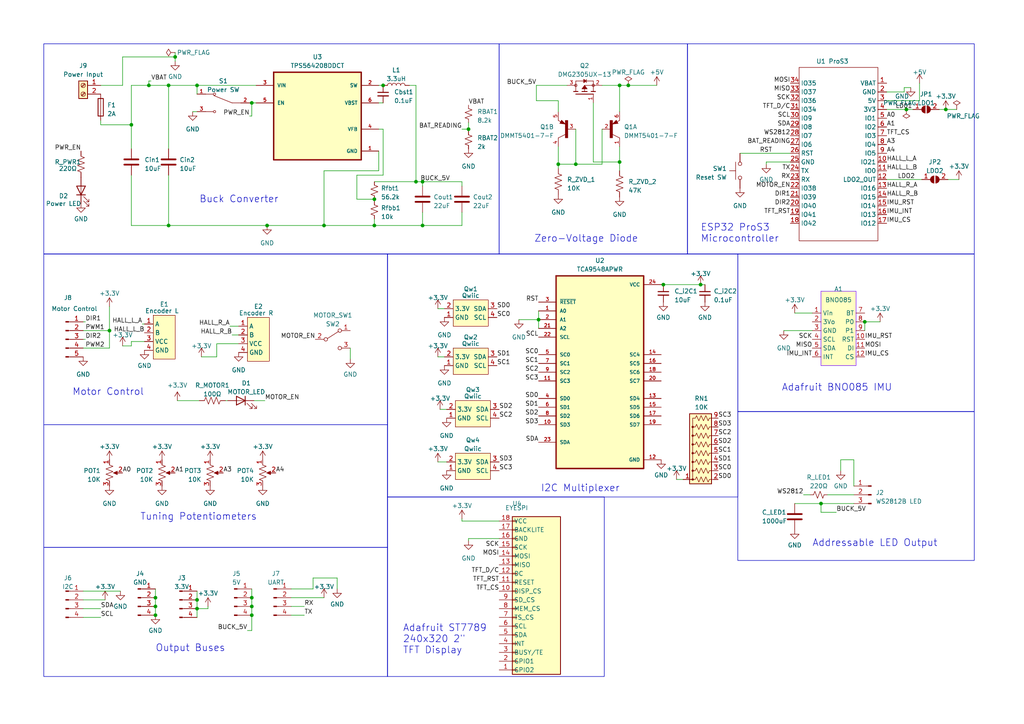
<source format=kicad_sch>
(kicad_sch (version 20230121) (generator eeschema)
  (paper "A4")
  (title_block (title "Segway Bot V6") (date "2023-07-27") (company "MIT") (comment 1 "Joseph Ntaimo"))
  (junction (at 50.8 16.51))
  (junction (at 73.025 175.895))
  (junction (at 45.085 175.895))
  (junction (at 48.895 65.405))
  (junction (at 250.825 93.345))
  (junction (at 73.025 29.845))
  (junction (at 93.98 65.405))
  (junction (at 108.585 57.785))
  (junction (at 57.15 173.99))
  (junction (at 122.555 52.705))
  (junction (at 156.21 92.71))
  (junction (at 179.705 24.765))
  (junction (at 192.405 82.55))
  (junction (at 57.15 176.53))
  (junction (at 45.085 173.355))
  (junction (at 120.65 52.705))
  (junction (at 182.245 24.765))
  (junction (at 38.1 36.195))
  (junction (at 73.025 178.435))
  (junction (at 43.18 24.765))
  (junction (at 57.15 24.765))
  (junction (at 73.025 173.355))
  (junction (at 108.585 65.405))
  (junction (at 135.89 37.465))
  (junction (at 167.005 47.625))
  (junction (at 179.705 46.99))
  (junction (at 203.2 82.55))
  (junction (at 262.89 31.75))
  (junction (at 111.125 24.765))
  (junction (at 161.925 47.625))
  (junction (at 48.895 24.765))
  (junction (at 31.75 95.885))
  (junction (at 45.085 178.435))
  (junction (at 77.47 65.405))
  (junction (at 122.555 65.405))
  (junction (at 274.32 31.75))
  (junction (at 238.125 146.05))
  (wire (pts (xy 135.89 38.1) (xy 135.89 37.465)))
  (wire (pts (xy 238.125 146.05) (xy 230.505 146.05)))
  (wire (pts (xy 57.15 176.53) (xy 57.15 179.07)))
  (wire (pts (xy 262.255 25.4) (xy 262.255 26.67)))
  (wire (pts (xy 156.21 90.17) (xy 156.21 92.71)))
  (wire (pts (xy 111.125 37.465) (xy 111.125 50.8)))
  (wire (pts (xy 262.89 31.75) (xy 264.795 31.75)))
  (wire (pts (xy 174.625 37.465) (xy 174.625 47.625)))
  (wire (pts (xy 57.15 173.99) (xy 57.15 176.53)))
  (wire (pts (xy 38.1 50.8) (xy 38.1 65.405)))
  (wire (pts (xy 155.575 29.21) (xy 161.925 29.21)))
  (wire (pts (xy 127 133.985) (xy 129.54 133.985)))
  (wire (pts (xy 84.455 178.435) (xy 88.265 178.435)))
  (wire (pts (xy 84.455 175.895) (xy 88.265 175.895)))
  (wire (pts (xy 43.815 23.495) (xy 43.18 23.495)))
  (wire (pts (xy 179.705 24.765) (xy 179.705 32.385)))
  (wire (pts (xy 109.855 43.815) (xy 109.855 49.53)))
  (wire (pts (xy 108.585 57.785) (xy 108.585 58.42)))
  (wire (pts (xy 90.805 170.815) (xy 90.805 167.64)))
  (wire (pts (xy 167.005 37.465) (xy 167.005 47.625)))
  (wire (pts (xy 155.575 24.765) (xy 164.465 24.765)))
  (wire (pts (xy 120.65 24.765) (xy 118.745 24.765)))
  (wire (pts (xy 103.505 50.8) (xy 103.505 57.785)))
  (wire (pts (xy 73.025 33.655) (xy 73.025 29.845)))
  (wire (pts (xy 90.805 167.64) (xy 97.79 167.64)))
  (wire (pts (xy 38.1 43.18) (xy 38.1 36.195)))
  (wire (pts (xy 203.2 82.55) (xy 192.405 82.55)))
  (wire (pts (xy 29.21 36.195) (xy 38.1 36.195)))
  (wire (pts (xy 196.215 139.065) (xy 198.12 139.065)))
  (wire (pts (xy 133.985 52.705) (xy 133.985 53.975)))
  (wire (pts (xy 182.245 24.765) (xy 190.5 24.765)))
  (wire (pts (xy 238.125 148.59) (xy 238.125 146.05)))
  (wire (pts (xy 35.56 100.33) (xy 38.1 100.33)))
  (wire (pts (xy 108.585 63.5) (xy 108.585 65.405)))
  (wire (pts (xy 144.78 156.21) (xy 135.89 156.21)))
  (wire (pts (xy 242.57 148.59) (xy 238.125 148.59)))
  (wire (pts (xy 262.255 25.4) (xy 264.16 25.4)))
  (wire (pts (xy 38.1 100.33) (xy 38.1 99.06)))
  (wire (pts (xy 73.025 173.355) (xy 73.025 175.895)))
  (wire (pts (xy 31.75 95.885) (xy 31.75 100.965)))
  (wire (pts (xy 222.25 46.99) (xy 222.25 47.625)))
  (wire (pts (xy 69.215 94.615) (xy 66.675 94.615)))
  (wire (pts (xy 174.625 24.765) (xy 179.705 24.765)))
  (wire (pts (xy 243.84 133.35) (xy 243.84 136.525)))
  (wire (pts (xy 58.42 103.505) (xy 62.865 103.505)))
  (wire (pts (xy 109.855 37.465) (xy 111.125 37.465)))
  (wire (pts (xy 272.415 31.75) (xy 274.32 31.75)))
  (wire (pts (xy 24.13 171.45) (xy 34.925 171.45)))
  (wire (pts (xy 71.755 182.88) (xy 73.025 182.88)))
  (wire (pts (xy 57.15 24.765) (xy 74.295 24.765)))
  (wire (pts (xy 174.625 47.625) (xy 167.005 47.625)))
  (wire (pts (xy 240.03 143.51) (xy 247.65 143.51)))
  (wire (pts (xy 247.65 133.35) (xy 243.84 133.35)))
  (wire (pts (xy 155.575 29.21) (xy 155.575 24.765)))
  (wire (pts (xy 229.235 46.99) (xy 222.25 46.99)))
  (wire (pts (xy 93.98 65.405) (xy 108.585 65.405)))
  (wire (pts (xy 76.835 116.205) (xy 73.66 116.205)))
  (wire (pts (xy 84.455 173.355) (xy 93.98 173.355)))
  (wire (pts (xy 24.13 93.345) (xy 24.765 93.345)))
  (wire (pts (xy 57.15 176.53) (xy 60.325 176.53)))
  (wire (pts (xy 48.895 24.765) (xy 57.15 24.765)))
  (wire (pts (xy 24.13 95.885) (xy 31.75 95.885)))
  (wire (pts (xy 60.325 176.53) (xy 60.325 175.895)))
  (wire (pts (xy 111.125 50.8) (xy 103.505 50.8)))
  (wire (pts (xy 72.39 33.655) (xy 73.025 33.655)))
  (wire (pts (xy 69.215 97.155) (xy 67.31 97.155)))
  (wire (pts (xy 274.32 31.75) (xy 277.495 31.75)))
  (wire (pts (xy 66.04 116.205) (xy 65.405 116.205)))
  (wire (pts (xy 24.13 100.965) (xy 31.75 100.965)))
  (wire (pts (xy 262.255 26.67) (xy 257.175 26.67)))
  (wire (pts (xy 35.56 16.51) (xy 50.8 16.51)))
  (wire (pts (xy 62.865 99.695) (xy 69.215 99.695)))
  (wire (pts (xy 51.435 116.205) (xy 57.785 116.205)))
  (wire (pts (xy 266.7 29.21) (xy 266.7 24.13)))
  (wire (pts (xy 38.1 24.765) (xy 43.18 24.765)))
  (wire (pts (xy 144.78 151.13) (xy 133.985 151.13)))
  (wire (pts (xy 133.985 37.465) (xy 135.89 37.465)))
  (wire (pts (xy 73.025 29.845) (xy 72.39 29.845)))
  (wire (pts (xy 257.175 52.07) (xy 267.335 52.07)))
  (wire (pts (xy 101.6 104.14) (xy 101.6 100.965)))
  (wire (pts (xy 31.75 88.9) (xy 31.75 95.885)))
  (wire (pts (xy 120.65 52.705) (xy 122.555 52.705)))
  (wire (pts (xy 24.13 173.99) (xy 30.48 173.99)))
  (wire (pts (xy 233.045 143.51) (xy 234.95 143.51)))
  (wire (pts (xy 73.025 182.88) (xy 73.025 178.435)))
  (wire (pts (xy 84.455 170.815) (xy 90.805 170.815)))
  (wire (pts (xy 57.15 24.765) (xy 57.15 27.305)))
  (wire (pts (xy 122.555 65.405) (xy 122.555 61.595)))
  (wire (pts (xy 38.1 99.06) (xy 41.91 99.06)))
  (wire (pts (xy 109.855 49.53) (xy 93.98 49.53)))
  (wire (pts (xy 133.985 65.405) (xy 122.555 65.405)))
  (wire (pts (xy 127 89.535) (xy 128.905 89.535)))
  (wire (pts (xy 38.1 65.405) (xy 48.895 65.405)))
  (wire (pts (xy 62.865 103.505) (xy 62.865 99.695)))
  (wire (pts (xy 257.175 31.75) (xy 262.89 31.75)))
  (wire (pts (xy 24.13 176.53) (xy 29.21 176.53)))
  (wire (pts (xy 127.635 118.745) (xy 129.54 118.745)))
  (wire (pts (xy 227.33 95.885) (xy 235.585 95.885)))
  (wire (pts (xy 135.89 156.21) (xy 135.89 156.845)))
  (wire (pts (xy 179.705 24.765) (xy 182.245 24.765)))
  (wire (pts (xy 135.89 35.56) (xy 135.89 37.465)))
  (wire (pts (xy 50.8 15.24) (xy 50.8 16.51)))
  (wire (pts (xy 45.085 170.815) (xy 45.085 173.355)))
  (wire (pts (xy 45.085 173.355) (xy 45.085 175.895)))
  (wire (pts (xy 108.585 52.705) (xy 120.65 52.705)))
  (wire (pts (xy 97.79 167.64) (xy 97.79 170.815)))
  (wire (pts (xy 192.405 82.55) (xy 191.77 82.55)))
  (wire (pts (xy 133.985 151.13) (xy 133.985 150.495)))
  (wire (pts (xy 172.085 46.99) (xy 179.705 46.99)))
  (wire (pts (xy 122.555 52.705) (xy 122.555 53.975)))
  (wire (pts (xy 57.15 171.45) (xy 57.15 173.99)))
  (wire (pts (xy 274.955 52.07) (xy 278.13 52.07)))
  (wire (pts (xy 57.15 32.385) (xy 55.88 32.385)))
  (wire (pts (xy 43.18 23.495) (xy 43.18 24.765)))
  (wire (pts (xy 161.925 29.21) (xy 161.925 32.385)))
  (wire (pts (xy 109.855 24.765) (xy 111.125 24.765)))
  (wire (pts (xy 103.505 57.785) (xy 108.585 57.785)))
  (wire (pts (xy 172.085 29.845) (xy 172.085 46.99)))
  (wire (pts (xy 133.985 61.595) (xy 133.985 65.405)))
  (wire (pts (xy 48.895 43.18) (xy 48.895 24.765)))
  (wire (pts (xy 50.8 16.51) (xy 50.8 17.78)))
  (wire (pts (xy 250.825 93.345) (xy 255.27 93.345)))
  (wire (pts (xy 257.175 29.21) (xy 266.7 29.21)))
  (wire (pts (xy 161.925 47.625) (xy 161.925 48.895)))
  (wire (pts (xy 204.47 82.55) (xy 203.2 82.55)))
  (wire (pts (xy 73.025 170.815) (xy 73.025 173.355)))
  (wire (pts (xy 73.025 175.895) (xy 73.025 178.435)))
  (wire (pts (xy 230.505 90.805) (xy 235.585 90.805)))
  (wire (pts (xy 156.21 92.71) (xy 156.21 95.25)))
  (wire (pts (xy 127 103.505) (xy 128.905 103.505)))
  (wire (pts (xy 167.005 47.625) (xy 161.925 47.625)))
  (wire (pts (xy 179.705 42.545) (xy 179.705 46.99)))
  (wire (pts (xy 74.295 29.845) (xy 73.025 29.845)))
  (wire (pts (xy 48.895 50.8) (xy 48.895 65.405)))
  (wire (pts (xy 38.1 36.195) (xy 38.1 24.765)))
  (wire (pts (xy 24.13 98.425) (xy 24.765 98.425)))
  (wire (pts (xy 43.18 24.765) (xy 48.895 24.765)))
  (wire (pts (xy 109.855 29.845) (xy 111.125 29.845)))
  (wire (pts (xy 161.925 42.545) (xy 161.925 47.625)))
  (wire (pts (xy 45.085 175.895) (xy 45.085 178.435)))
  (wire (pts (xy 35.56 24.765) (xy 35.56 16.51)))
  (wire (pts (xy 150.495 92.71) (xy 156.21 92.71)))
  (wire (pts (xy 120.65 24.765) (xy 120.65 52.705)))
  (wire (pts (xy 41.91 93.98) (xy 41.275 93.98)))
  (wire (pts (xy 24.13 179.07) (xy 29.21 179.07)))
  (wire (pts (xy 29.21 24.765) (xy 35.56 24.765)))
  (wire (pts (xy 247.65 140.97) (xy 247.65 133.35)))
  (wire (pts (xy 250.825 93.345) (xy 250.825 95.885)))
  (wire (pts (xy 108.585 65.405) (xy 122.555 65.405)))
  (wire (pts (xy 29.21 34.925) (xy 29.21 36.195)))
  (wire (pts (xy 214.63 44.45) (xy 229.235 44.45)))
  (wire (pts (xy 247.65 146.05) (xy 238.125 146.05)))
  (wire (pts (xy 93.98 49.53) (xy 93.98 65.405)))
  (wire (pts (xy 179.705 46.99) (xy 179.705 49.53)))
  (wire (pts (xy 122.555 52.705) (xy 133.985 52.705)))
  (wire (pts (xy 77.47 65.405) (xy 93.98 65.405)))
  (wire (pts (xy 48.895 65.405) (xy 77.47 65.405)))
  (rectangle (start 12.7 123.19) (end 112.395 158.75))
  (rectangle (start 12.7 73.66) (end 112.395 123.19))
  (rectangle (start 112.395 144.145) (end 175.26 196.215))
  (rectangle (start 199.39 12.7) (end 282.575 73.66))
  (rectangle (start 213.995 119.38) (end 282.575 162.56))
  (rectangle (start 112.395 73.66) (end 213.995 144.145))
  (rectangle (start 12.7 158.75) (end 112.395 196.215))
  (rectangle (start 213.995 73.66) (end 282.575 119.38))
  (rectangle (start 144.78 12.7) (end 199.39 73.66))
  (rectangle (start 12.7 12.7) (end 144.78 73.66))
  (text "Motor Control" (at 20.955 114.935 0) (effects (font (size 2 2)) (justify left bottom)))
  (text "Output Buses" (at 45.085 189.23 0) (effects (font (size 2 2)) (justify left bottom)))
  (text "Zero-Voltage Diode\n" (at 154.94 70.485 0) (effects (font (size 2 2)) (justify left bottom)))
  (text "Adafruit ST7789 \n240x320 2\" \nTFT Display\n" (at 116.84 189.865 0) (effects (font (size 2 2)) (justify left bottom)))
  (text "ESP32 ProS3\nMicrocontroller" (at 203.2 70.485 0) (effects (font (size 2 2)) (justify left bottom)))
  (text "I2C Multiplexer\n" (at 156.845 142.875 0) (effects (font (size 2 2)) (justify left bottom)))
  (text "Tuning Potentiometers" (at 40.64 151.13 0) (effects (font (size 2 2)) (justify left bottom)))
  (text "Buck Converter" (at 57.785 59.055 0) (effects (font (size 2 2)) (justify left bottom)))
  (text "Adafruit BNO085 IMU" (at 226.695 113.665 0) (effects (font (size 2 2)) (justify left bottom)))
  (text "Addressable LED Output" (at 235.585 158.75 0) (effects (font (size 2 2)) (justify left bottom)))
  (label "BUCK_5V" (at 121.92 52.705 0))
  (label "VBAT" (at 135.89 30.48 0))
  (label "SCK" (at 144.78 158.75 180))
  (label "SD0" (at 156.21 115.57 180))
  (label "IMU_INT" (at 257.175 62.23 0))
  (label "RX" (at 88.265 175.895 0))
  (label "SCK" (at 235.585 98.425 180))
  (label "A0" (at 257.175 34.29 0))
  (label "DIR1" (at 229.235 57.15 180))
  (label "A1" (at 50.8 137.16 0))
  (label "A3" (at 64.77 137.16 0))
  (label "IMU_CS" (at 257.175 64.77 0))
  (label "HALL_L_A" (at 257.175 46.99 0))
  (label "BAT_READING" (at 133.985 37.465 180))
  (label "SC3" (at 156.21 110.49 180))
  (label "SD2" (at 208.28 128.905 0))
  (label "SD1" (at 144.145 103.505 0))
  (label "SD3" (at 156.21 123.19 180))
  (label "TFT_CS" (at 144.78 171.45 180))
  (label "MOTOR_EN" (at 76.835 116.205 0))
  (label "MOSI" (at 229.235 24.13 180))
  (label "SDA" (at 229.235 36.83 180))
  (label "MISO" (at 229.235 26.67 180))
  (label "SD1" (at 156.21 118.11 180))
  (label "DIR1" (at 24.765 93.345 0))
  (label "HALL_R_A" (at 66.675 94.615 180))
  (label "SD3" (at 208.28 123.825 0))
  (label "SC1" (at 156.21 105.41 180))
  (label "A4" (at 80.01 137.16 0))
  (label "SC1" (at 208.28 131.445 0))
  (label "SC1" (at 144.145 106.045 0))
  (label "SC3" (at 144.78 136.525 0))
  (label "IMU_RST" (at 250.825 98.425 0))
  (label "SC0" (at 156.21 102.87 180))
  (label "TX" (at 88.265 178.435 0))
  (label "TFT_D{slash}C" (at 229.235 31.75 180))
  (label "SC2" (at 144.78 121.285 0))
  (label "PWR_EN" (at 23.495 43.815 180))
  (label "TFT_CS" (at 257.175 39.37 0))
  (label "HALL_R_B" (at 257.175 57.15 0))
  (label "A0" (at 35.56 137.16 0))
  (label "BUCK_5V" (at 242.57 148.59 0))
  (label "LDO2" (at 260.35 52.07 0))
  (label "RST" (at 156.21 87.63 180))
  (label "BAT_READING" (at 229.235 41.91 180))
  (label "A4" (at 257.175 44.45 0))
  (label "BUCK_5V" (at 155.575 24.765 180))
  (label "RX" (at 229.235 52.07 180))
  (label "IMU_CS" (at 250.825 103.505 0))
  (label "SCL" (at 229.235 34.29 180))
  (label "VBAT" (at 43.815 23.495 0))
  (label "MOTOR_EN" (at 229.235 54.61 180))
  (label "PWM2" (at 24.765 100.965 0))
  (label "IMU_INT" (at 235.585 103.505 180))
  (label "SCK" (at 229.235 29.21 180))
  (label "SD2" (at 156.21 120.65 180))
  (label "HALL_R_A" (at 257.175 54.61 0))
  (label "HALL_L_B" (at 41.91 96.52 180))
  (label "MOTOR_EN" (at 91.44 98.425 180))
  (label "SD1" (at 208.28 133.985 0))
  (label "SCL" (at 29.21 179.07 0))
  (label "A1" (at 257.175 36.83 0))
  (label "WS2812" (at 233.045 143.51 180))
  (label "LD01" (at 259.715 31.75 0))
  (label "TX" (at 229.235 49.53 180))
  (label "MISO" (at 235.585 100.965 180))
  (label "MOSI" (at 250.825 100.965 0))
  (label "SD0" (at 144.145 89.535 0))
  (label "HALL_L_B" (at 257.175 49.53 0))
  (label "SC0" (at 144.145 92.075 0))
  (label "SDA" (at 29.21 176.53 0))
  (label "MOSI" (at 144.78 161.29 180))
  (label "IMU_RST" (at 257.175 59.69 0))
  (label "SD3" (at 144.78 133.985 0))
  (label "DIR2" (at 229.235 59.69 180))
  (label "TFT_D{slash}C" (at 144.78 166.37 180))
  (label "DIR2" (at 24.765 98.425 0))
  (label "PWR_EN" (at 72.39 33.655 180))
  (label "RST" (at 220.345 44.45 0))
  (label "PWM1" (at 24.765 95.885 0))
  (label "BUCK_5V" (at 71.755 182.88 180))
  (label "SD0" (at 208.28 139.065 0))
  (label "TFT_RST" (at 144.78 168.91 180))
  (label "SC2" (at 208.28 126.365 0))
  (label "WS2812" (at 229.235 39.37 180))
  (label "SC0" (at 208.28 136.525 0))
  (label "SC3" (at 208.28 121.285 0))
  (label "SC2" (at 156.21 107.95 180))
  (label "HALL_R_B" (at 67.31 97.155 180))
  (label "TFT_RST" (at 229.235 62.23 180))
  (label "SCL" (at 156.21 97.79 180))
  (label "HALL_L_A" (at 41.275 93.98 180))
  (label "A3" (at 257.175 41.91 0))
  (label "SDA" (at 156.21 128.27 180))
  (label "SD2" (at 144.78 118.745 0))
  (symbol (lib_id "Device:LED") (at 23.495 55.245 90) (unit 1)
    (property "Reference" "D2" (at 18.415 56.8325 90))
    (property "Value" "Power LED" (at 18.415 59.055 90))
    (property "Footprint" "LED_SMD:LED_0603_1608Metric_Pad1.05x0.95mm_HandSolder" (effects hide))
  )
  (symbol (lib_id "DMG2305UX-13:DMG2305UX-13") (at 169.545 27.305 90) (unit 1)
    (property "Reference" "Q2" (at 169.545 19.05 90))
    (property "Value" "DMG2305UX-13" (at 169.545 21.59 90))
    (property "Footprint" "footprints:SOT91P240X110-3N" (effects hide))
    (property "PARTREV" "09/2018" (effects hide))
    (property "STANDARD" "IPC-7351B" (effects hide))
    (property "MAXIMUM_PACKAGE_HEIGHT" "1.1mm" (effects hide))
    (property "MANUFACTURER" "Diodes Inc." (effects hide))
  )
  (symbol (lib_id "Device:LED") (at 69.85 116.205 0) (mirror y) (unit 1)
    (property "Reference" "D1" (at 71.4375 111.125 0))
    (property "Value" "MOTOR_LED" (at 71.4375 113.665 0))
    (property "Footprint" "LED_SMD:LED_0603_1608Metric_Pad1.05x0.95mm_HandSolder" (effects hide))
  )
  (symbol (lib_id "power:+3.3V") (at 255.27 93.345 0) (unit 1)
    (property "Reference" "#PWR042" (effects hide))
    (property "Value" "+3.3V" (at 255.27 89.535 0))
  )
  (symbol (lib_id "power:GND") (at 150.495 92.71 0) (unit 1)
    (property "Reference" "#PWR017" (effects hide))
    (property "Value" "GND" (at 150.495 97.79 0))
  )
  (symbol (lib_id "Device:R_Small_US") (at 135.89 40.64 0) (unit 1)
    (property "Reference" "RBAT2" (at 138.43 40.005 0) (effects (justify left)))
    (property "Value" "2k" (at 138.43 42.545 0) (effects (justify left)))
    (property "Footprint" "Resistor_SMD:R_0603_1608Metric_Pad0.98x0.95mm_HandSolder" (effects hide))
  )
  (symbol (lib_id "power:+3.3V") (at 46.99 133.35 0) (unit 1)
    (property "Reference" "#PWR06" (effects hide))
    (property "Value" "+3.3V" (at 46.99 129.54 0))
  )
  (symbol (lib_id "Connector:Screw_Terminal_01x02") (at 24.13 24.765 0) (mirror y) (unit 1)
    (property "Reference" "J9" (at 24.13 19.05 0))
    (property "Value" "Power Input" (at 24.13 21.59 0))
    (property "Footprint" "TerminalBlock_Phoenix:TerminalBlock_Phoenix_PT-1,5-2-5.0-H_1x02_P5.00mm_Horizontal" (effects hide))
  )
  (symbol (lib_id "Device:R_Small_US") (at 135.89 33.02 0) (unit 1)
    (property "Reference" "RBAT1" (at 138.43 32.385 0) (effects (justify left)))
    (property "Value" "8.2k" (at 138.43 34.925 0) (effects (justify left)))
    (property "Footprint" "Resistor_SMD:R_0603_1608Metric_Pad0.98x0.95mm_HandSolder" (effects hide))
  )
  (symbol (lib_id "power:+3.3V") (at 30.48 173.99 0) (unit 1)
    (property "Reference" "#PWR011" (effects hide))
    (property "Value" "+3.3V" (at 30.48 170.18 0))
  )
  (symbol (lib_id "Connector:Conn_01x04_Pin") (at 19.05 173.99 0) (unit 1)
    (property "Reference" "J6" (at 19.685 167.64 0))
    (property "Value" "I2C" (at 19.685 170.18 0))
    (property "Footprint" "Connector_PinHeader_2.54mm:PinHeader_1x04_P2.54mm_Vertical" (effects hide))
  )
  (symbol (lib_id "Device:R_Potentiometer_US") (at 60.96 137.16 0) (unit 1)
    (property "Reference" "POT3" (at 58.42 136.525 0) (effects (justify right)))
    (property "Value" "10K" (at 58.42 139.065 0) (effects (justify right)))
    (property "Footprint" "Adafruit:Pot_breadboard" (effects hide))
  )
  (symbol (lib_id "Device:C") (at 122.555 57.785 0) (unit 1)
    (property "Reference" "Cout1" (at 125.73 57.15 0) (effects (justify left)))
    (property "Value" "22uF" (at 125.73 59.69 0) (effects (justify left)))
    (property "Footprint" "Capacitor_SMD:C_0805_2012Metric_Pad1.18x1.45mm_HandSolder" (effects hide))
  )
  (symbol (lib_id "power:GND") (at 41.91 101.6 0) (unit 1)
    (property "Reference" "#PWR014" (effects hide))
    (property "Value" "GND" (at 41.91 106.045 0))
  )
  (symbol (lib_id "power:+3.3V") (at 127.635 118.745 0) (unit 1)
    (property "Reference" "#PWR035" (effects hide))
    (property "Value" "+3.3V" (at 127.635 115.57 0))
  )
  (symbol (lib_id "power:GND") (at 77.47 65.405 0) (unit 1)
    (property "Reference" "#PWR039" (effects hide))
    (property "Value" "GND" (at 77.47 70.485 0))
  )
  (symbol (lib_id "Device:R_US") (at 179.705 53.34 0) (unit 1)
    (property "Reference" "R_ZVD_2" (at 182.245 52.705 0) (effects (justify left)))
    (property "Value" "47K" (at 182.245 55.245 0) (effects (justify left)))
    (property "Footprint" "Resistor_SMD:R_0603_1608Metric_Pad0.98x0.95mm_HandSolder" (effects hide))
  )
  (symbol (lib_id "Connector:Conn_01x03_Pin") (at 252.73 143.51 0) (mirror y) (unit 1)
    (property "Reference" "J2" (at 254 142.875 0) (effects (justify right)))
    (property "Value" "WS2812B LED" (at 254 145.415 0) (effects (justify right)))
    (property "Footprint" "Connector_PinHeader_2.54mm:PinHeader_1x03_P2.54mm_Vertical" (effects hide))
  )
  (symbol (lib_id "power:GND") (at 161.925 56.515 0) (unit 1)
    (property "Reference" "#PWR046" (effects hide))
    (property "Value" "GND" (at 161.925 61.595 0))
  )
  (symbol (lib_id "power:GND") (at 69.215 102.235 0) (unit 1)
    (property "Reference" "#PWR033" (effects hide))
    (property "Value" "GND" (at 69.215 107.315 0))
  )
  (symbol (lib_id "Connector:Conn_01x05_Pin") (at 19.05 98.425 0) (unit 1)
    (property "Reference" "J8" (at 19.685 86.36 0))
    (property "Value" "Motor Control" (at 21.59 89.535 0))
    (property "Footprint" "Connector_PinHeader_2.54mm:PinHeader_1x05_P2.54mm_Vertical" (effects hide))
  )
  (symbol (lib_id "power:+3.3V") (at 35.56 100.33 0) (mirror y) (unit 1)
    (property "Reference" "#PWR013" (effects hide))
    (property "Value" "+3.3V" (at 35.56 97.155 0))
  )
  (symbol (lib_id "power:GND") (at 264.16 25.4 0) (unit 1)
    (property "Reference" "#PWR09" (effects hide))
    (property "Value" "GND" (at 261.62 27.94 0))
  )
  (symbol (lib_id "power:GND") (at 128.905 92.075 0) (unit 1)
    (property "Reference" "#PWR050" (effects hide))
    (property "Value" "GND" (at 128.905 97.155 0))
  )
  (symbol (lib_id "power:GND") (at 97.79 170.815 0) (unit 1)
    (property "Reference" "#PWR029" (effects hide))
    (property "Value" "GND" (at 97.79 175.26 0))
  )
  (symbol (lib_id "Switch:SW_Push") (at 214.63 49.53 90) (mirror x) (unit 1)
    (property "Reference" "SW1" (at 210.82 48.895 90) (effects (justify left)))
    (property "Value" "Reset SW" (at 210.82 51.435 90) (effects (justify left)))
    (property "Footprint" "Button_Switch_THT:SW_PUSH_6mm" (effects hide))
  )
  (symbol (lib_id "power:+3.3V") (at 93.98 173.355 0) (unit 1)
    (property "Reference" "#PWR019" (effects hide))
    (property "Value" "+3.3V" (at 93.98 170.18 0))
  )
  (symbol (lib_id "Connector:Conn_01x04_Pin") (at 40.005 173.355 0) (unit 1)
    (property "Reference" "J4" (at 40.64 166.37 0))
    (property "Value" "GND" (at 40.64 168.91 0))
    (property "Footprint" "Connector_PinHeader_2.54mm:PinHeader_1x04_P2.54mm_Vertical" (effects hide))
  )
  (symbol (lib_id "power:GND") (at 24.13 103.505 0) (unit 1)
    (property "Reference" "#PWR012" (effects hide))
    (property "Value" "GND" (at 24.13 108.585 0))
  )
  (symbol (lib_id "Connector:Conn_01x04_Pin") (at 52.07 173.99 0) (unit 1)
    (property "Reference" "J3" (at 52.705 167.64 0))
    (property "Value" "3.3V" (at 52.705 170.18 0))
    (property "Footprint" "Connector_PinHeader_2.54mm:PinHeader_1x04_P2.54mm_Vertical" (effects hide))
  )
  (symbol (lib_id "power:GND") (at 50.8 17.78 0) (unit 1)
    (property "Reference" "#PWR010" (effects hide))
    (property "Value" "GND" (at 50.8 22.225 0))
  )
  (symbol (lib_id "power:GND") (at 222.25 47.625 0) (unit 1)
    (property "Reference" "#PWR028" (effects hide))
    (property "Value" "GND" (at 222.25 52.07 0))
  )
  (symbol (lib_id "power:+5V") (at 190.5 24.765 0) (unit 1)
    (property "Reference" "#PWR048" (effects hide))
    (property "Value" "+5V" (at 190.5 20.955 0))
  )
  (symbol (lib_id "power:+3.3V") (at 274.32 31.75 0) (unit 1)
    (property "Reference" "#PWR034" (effects hide))
    (property "Value" "+3.3V" (at 274.32 27.94 0))
  )
  (symbol (lib_id "power:GND") (at 46.99 140.97 0) (unit 1)
    (property "Reference" "#PWR02" (effects hide))
    (property "Value" "GND" (at 46.99 146.05 0))
  )
  (symbol (lib_id "power:GND") (at 129.54 136.525 0) (unit 1)
    (property "Reference" "#PWR055" (effects hide))
    (property "Value" "GND" (at 129.54 141.605 0))
  )
  (symbol (lib_id "power:GND") (at 227.33 95.885 0) (unit 1)
    (property "Reference" "#PWR040" (effects hide))
    (property "Value" "GND" (at 227.33 100.965 0))
  )
  (symbol (lib_id "Device:C_Small") (at 192.405 85.09 0) (unit 1)
    (property "Reference" "C_i2C1" (at 195.58 84.4613 0) (effects (justify left)))
    (property "Value" "10uF" (at 195.58 87.0013 0) (effects (justify left)))
    (property "Footprint" "Capacitor_SMD:C_0805_2012Metric_Pad1.18x1.45mm_HandSolder" (effects hide))
  )
  (symbol (lib_id "TPS564208DDCT:TPS564208DDCT") (at 92.075 33.655 0) (unit 1)
    (property "Reference" "U3" (at 92.075 16.51 0))
    (property "Value" "TPS564208DDCT" (at 92.075 19.05 0))
    (property "Footprint" "2.004:SOT95P280X110-6N" (effects hide))
  )
  (symbol (lib_id "Device:C") (at 38.1 46.99 0) (unit 1)
    (property "Reference" "Cin1" (at 41.91 46.355 0) (effects (justify left)))
    (property "Value" "10uF" (at 41.91 48.895 0) (effects (justify left)))
    (property "Footprint" "Capacitor_SMD:C_0805_2012Metric_Pad1.18x1.45mm_HandSolder" (effects hide))
  )
  (symbol (lib_id "power:+3.3V") (at 31.75 88.9 0) (unit 1)
    (property "Reference" "#PWR057" (effects hide))
    (property "Value" "+3.3V" (at 31.75 85.09 0))
  )
  (symbol (lib_id "TCA9548APWR:TCA9548APWR") (at 173.99 107.95 0) (unit 1)
    (property "Reference" "U2" (at 173.99 75.565 0))
    (property "Value" "TCA9548APWR" (at 173.99 78.105 0))
    (property "Footprint" "2.004:SOP65P640X120-24N" (effects hide))
  )
  (symbol (lib_id "Adafruit:Qwiic") (at 131.445 99.695 0) (unit 1)
    (property "Reference" "Qw2" (at 136.5194 97.79 0))
    (property "Value" "Qwiic" (at 136.525 99.695 0))
    (property "Footprint" "Connector_JST:JST_SH_BM04B-SRSS-TB_1x04-1MP_P1.00mm_Vertical" (effects hide))
  )
  (symbol (lib_id "Connector:Encoder") (at 41.91 91.44 0) (unit 1)
    (property "Reference" "E1" (at 46.355 88.265 0) (effects (justify left)))
    (property "Value" "Encoder L" (at 46.99 90.17 0))
    (property "Footprint" "Connector_JST:JST_PH_S4B-PH-SM4-TB_1x04-1MP_P2.00mm_Horizontal" (effects hide))
  )
  (symbol (lib_id "500SSP1S1M6QEA:500SSP1S1M6QEA") (at 64.77 29.845 0) (mirror y) (unit 1)
    (property "Reference" "S1" (at 64.77 23.495 0))
    (property "Value" "Power SW" (at 64.77 26.035 0))
    (property "Footprint" "Button_Switch_THT:SW_Slide_1P2T_CK_OS102011MS2Q" (effects hide))
    (property "STANDARD" "Manufacturer Recommendations" (effects hide))
    (property "SNAPEDA_PN" "500SSP1S1M6QEA" (effects hide))
    (property "MANUFACTURER" "E-Switch" (effects hide))
    (property "MAXIMUM_PACKAGE_HEIGHT" "6.6 mm" (effects hide))
    (property "PARTREV" "D" (effects hide))
  )
  (symbol (lib_id "Device:R_Network08_US") (at 203.2 128.905 90) (unit 1)
    (property "Reference" "RN1" (at 203.454 115.57 90))
    (property "Value" "10K" (at 203.454 118.11 90))
    (property "Footprint" "Resistor_SMD:Resistor Network 8X 10N" (effects hide))
    (property "Datasheet" "http://www.vishay.com/docs/31509/csc.pdf" (effects hide))
  )
  (symbol (lib_id "power:+3.3V") (at 127 133.985 0) (unit 1)
    (property "Reference" "#PWR036" (effects hide))
    (property "Value" "+3.3V" (at 127 130.175 0))
  )
  (symbol (lib_id "power:PWR_FLAG") (at 262.89 31.75 180) (unit 1)
    (property "Reference" "#FLG02" (effects hide))
    (property "Value" "PWR_FLAG" (at 260.985 29.845 0))
  )
  (symbol (lib_id "power:GND") (at 135.89 43.18 0) (unit 1)
    (property "Reference" "#PWR043" (effects hide))
    (property "Value" "GND" (at 135.89 48.26 0))
  )
  (symbol (lib_id "power:+3.3V") (at 196.215 139.065 0) (unit 1)
    (property "Reference" "#PWR045" (effects hide))
    (property "Value" "+3.3V" (at 196.215 135.89 0))
  )
  (symbol (lib_id "power:+3.3V") (at 76.2 133.35 0) (unit 1)
    (property "Reference" "#PWR08" (effects hide))
    (property "Value" "+3.3V" (at 76.2 129.54 0))
  )
  (symbol (lib_id "power:GND") (at 129.54 121.285 0) (unit 1)
    (property "Reference" "#PWR053" (effects hide))
    (property "Value" "GND" (at 129.54 126.365 0))
  )
  (symbol (lib_id "DMMT5401-7-F:DMMT5401-7-F") (at 177.165 37.465 0) (unit 1)
    (property "Reference" "Q1" (at 180.975 36.803 0) (effects (justify left)))
    (property "Value" "DMMT5401-7-F" (at 180.975 39.343 0) (effects (justify left)))
    (property "Footprint" "footprints:SOT95P285X140-6N" (effects hide))
    (property "PARTREV" "8" (effects hide))
    (property "STANDARD" "IPC7351B" (effects hide))
    (property "MANUFACTURER" "Diodes Inc." (effects hide))
  )
  (symbol (lib_id "Device:R_US") (at 23.495 47.625 180) (unit 1)
    (property "Reference" "R_PWR1" (at 19.685 46.99 0))
    (property "Value" "220Ω" (at 19.685 48.895 0))
    (property "Footprint" "Resistor_SMD:R_0603_1608Metric_Pad0.98x0.95mm_HandSolder" (effects hide))
  )
  (symbol (lib_id "power:+3.3V") (at 60.96 133.35 0) (unit 1)
    (property "Reference" "#PWR07" (effects hide))
    (property "Value" "+3.3V" (at 60.96 129.54 0))
  )
  (symbol (lib_id "Connector:Conn_01x04_Pin") (at 79.375 173.355 0) (unit 1)
    (property "Reference" "J7" (at 80.01 166.37 0))
    (property "Value" "UART" (at 80.01 168.91 0))
    (property "Footprint" "Connector_PinHeader_2.54mm:PinHeader_1x04_P2.54mm_Vertical" (effects hide))
  )
  (symbol (lib_id "power:PWR_FLAG") (at 277.495 31.75 0) (unit 1)
    (property "Reference" "#FLG01" (effects hide))
    (property "Value" "PWR_FLAG" (at 279.4 33.655 0))
  )
  (symbol (lib_id "power:+3.3V") (at 58.42 103.505 0) (unit 1)
    (property "Reference" "#PWR032" (effects hide))
    (property "Value" "+3.3V" (at 58.42 100.33 0))
  )
  (symbol (lib_id "Device:Fuse") (at 29.21 31.115 180) (unit 1)
    (property "Reference" "F1" (at 31.115 30.48 0) (effects (justify right)))
    (property "Value" "2A" (at 31.115 33.02 0) (effects (justify right)))
    (property "Footprint" "Fuse:Fuse_1206_3216Metric_Pad1.42x1.75mm_HandSolder" (effects hide))
  )
  (symbol (lib_id "Device:R_Potentiometer_US") (at 31.75 137.16 0) (unit 1)
    (property "Reference" "POT1" (at 29.21 136.525 0) (effects (justify right)))
    (property "Value" "10K" (at 29.21 139.065 0) (effects (justify right)))
    (property "Footprint" "Adafruit:Pot_breadboard" (effects hide))
  )
  (symbol (lib_id "Connector:Encoder") (at 69.215 92.075 0) (unit 1)
    (property "Reference" "E2" (at 73.66 88.9 0) (effects (justify left)))
    (property "Value" "Encoder R" (at 74.295 90.805 0))
    (property "Footprint" "Connector_JST:JST_PH_S4B-PH-SM4-TB_1x04-1MP_P2.00mm_Horizontal" (effects hide))
  )
  (symbol (lib_id "Device:R_Small_US") (at 108.585 60.96 0) (unit 1)
    (property "Reference" "Rfbb1" (at 110.49 60.325 0) (effects (justify left)))
    (property "Value" "10k" (at 110.49 62.865 0) (effects (justify left)))
    (property "Footprint" "Resistor_SMD:R_0603_1608Metric_Pad0.98x0.95mm_HandSolder" (effects hide))
  )
  (symbol (lib_id "power:+3.3V") (at 230.505 90.805 0) (unit 1)
    (property "Reference" "#PWR041" (effects hide))
    (property "Value" "+3.3V" (at 230.505 86.995 0))
  )
  (symbol (lib_id "power:GND") (at 230.505 153.67 0) (unit 1)
    (property "Reference" "#PWR025" (effects hide))
    (property "Value" "GND" (at 230.505 158.115 0))
  )
  (symbol (lib_id "Device:R_Potentiometer_US") (at 76.2 137.16 0) (unit 1)
    (property "Reference" "POT4" (at 73.66 136.525 0) (effects (justify right)))
    (property "Value" "10K" (at 73.66 139.065 0) (effects (justify right)))
    (property "Footprint" "Adafruit:Pot_breadboard" (effects hide))
  )
  (symbol (lib_id "power:GND") (at 128.905 106.045 0) (unit 1)
    (property "Reference" "#PWR052" (effects hide))
    (property "Value" "GND" (at 128.905 111.125 0))
  )
  (symbol (lib_id "power:GND") (at 55.88 32.385 0) (unit 1)
    (property "Reference" "#PWR031" (effects hide))
    (property "Value" "GND" (at 55.88 37.465 0))
  )
  (symbol (lib_id "Device:R_US") (at 161.925 52.705 0) (unit 1)
    (property "Reference" "R_ZVD_1" (at 164.465 52.07 0) (effects (justify left)))
    (property "Value" "10K" (at 164.465 54.61 0) (effects (justify left)))
    (property "Footprint" "Resistor_SMD:R_0603_1608Metric_Pad0.98x0.95mm_HandSolder" (effects hide))
  )
  (symbol (lib_id "ProS3:ProS3") (at 243.205 44.45 0) (unit 1)
    (property "Reference" "U1" (at 238.125 17.78 0))
    (property "Value" "ProS3" (at 243.205 17.78 0))
    (property "Footprint" "footprints:ProS3_TH" (effects hide))
  )
  (symbol (lib_id "power:+3.3V") (at 133.985 150.495 0) (unit 1)
    (property "Reference" "#PWR026" (effects hide))
    (property "Value" "+3.3V" (at 133.985 146.685 0))
  )
  (symbol (lib_id "power:GND") (at 179.705 57.15 0) (unit 1)
    (property "Reference" "#PWR047" (effects hide))
    (property "Value" "GND" (at 179.705 62.23 0))
  )
  (symbol (lib_id "Device:C") (at 230.505 149.86 0) (unit 1)
    (property "Reference" "C_LED1" (at 220.98 148.59 0) (effects (justify left)))
    (property "Value" "1000uF" (at 220.98 151.13 0) (effects (justify left)))
    (property "Footprint" "Capacitor_THT:CP_Radial_D10.0mm_P5.00mm" (effects hide))
  )
  (symbol (lib_id "power:GND") (at 60.96 140.97 0) (unit 1)
    (property "Reference" "#PWR03" (effects hide))
    (property "Value" "GND" (at 60.96 146.05 0))
  )
  (symbol (lib_id "Device:R_US") (at 61.595 116.205 90) (unit 1)
    (property "Reference" "R_MOTOR1" (at 61.595 111.76 90))
    (property "Value" "100Ω" (at 61.595 114.3 90))
    (property "Footprint" "Resistor_SMD:R_0603_1608Metric_Pad0.98x0.95mm_HandSolder" (effects hide))
  )
  (symbol (lib_id "power:GND") (at 76.2 140.97 0) (unit 1)
    (property "Reference" "#PWR04" (effects hide))
    (property "Value" "GND" (at 76.2 146.05 0))
  )
  (symbol (lib_id "power:GND") (at 34.925 171.45 0) (unit 1)
    (property "Reference" "#PWR018" (effects hide))
    (property "Value" "GND" (at 34.925 175.895 0))
  )
  (symbol (lib_id "power:GND") (at 204.47 87.63 0) (unit 1)
    (property "Reference" "#PWR024" (effects hide))
    (property "Value" "GND" (at 204.47 92.075 0))
  )
  (symbol (lib_id "Switch:SW_SPDT") (at 96.52 98.425 0) (unit 1)
    (property "Reference" "MOTOR_SW1" (at 96.52 91.44 0))
    (property "Value" "SW2" (at 96.52 93.98 0))
    (property "Footprint" "Button_Switch_THT:SW_Slide_1P2T_CK_OS102011MS2Q" (effects hide))
  )
  (symbol (lib_id "power:+3.3V") (at 127 103.505 0) (unit 1)
    (property "Reference" "#PWR030" (effects hide))
    (property "Value" "+3.3V" (at 127 100.33 0))
  )
  (symbol (lib_id "Device:C_Small") (at 111.125 27.305 0) (unit 1)
    (property "Reference" "Cbst1" (at 114.3 26.6763 0) (effects (justify left)))
    (property "Value" "0.1uF" (at 114.3 29.2163 0) (effects (justify left)))
    (property "Footprint" "Capacitor_SMD:C_0805_2012Metric_Pad1.18x1.45mm_HandSolder" (effects hide))
  )
  (symbol (lib_id "power:+3.3V") (at 51.435 116.205 0) (unit 1)
    (property "Reference" "#PWR037" (effects hide))
    (property "Value" "+3.3V" (at 51.435 111.76 0))
  )
  (symbol (lib_id "Adafruit:Qwiic") (at 131.445 85.725 0) (unit 1)
    (property "Reference" "Qw1" (at 136.5194 83.82 0))
    (property "Value" "Qwiic" (at 136.525 85.725 0))
    (property "Footprint" "Connector_JST:JST_SH_BM04B-SRSS-TB_1x04-1MP_P1.00mm_Vertical" (effects hide))
  )
  (symbol (lib_id "DMMT5401-7-F:DMMT5401-7-F") (at 164.465 37.465 0) (mirror y) (unit 2)
    (property "Reference" "Q1" (at 160.655 36.803 0) (effects (justify left)))
    (property "Value" "DMMT5401-7-F" (at 160.655 39.343 0) (effects (justify left)))
    (property "Footprint" "footprints:SOT95P285X140-6N" (effects hide))
    (property "PARTREV" "8" (effects hide))
    (property "STANDARD" "IPC7351B" (effects hide))
    (property "MANUFACTURER" "Diodes Inc." (effects hide))
  )
  (symbol (lib_id "power:GND") (at 23.495 59.055 0) (unit 1)
    (property "Reference" "#PWR038" (effects hide))
    (property "Value" "GND" (at 23.495 63.5 0))
  )
  (symbol (lib_id "Jumper:SolderJumper_2_Open") (at 268.605 31.75 0) (unit 1)
    (property "Reference" "JP1" (at 268.605 27.305 0))
    (property "Value" "LDO1" (at 268.605 29.845 0))
    (property "Footprint" "Jumper:SolderJumper-2_P1.3mm_Open_TrianglePad1.0x1.5mm" (effects hide))
  )
  (symbol (lib_id "Adafruit:Qwiic") (at 132.08 130.175 0) (unit 1)
    (property "Reference" "Qw4" (at 137.1544 127.635 0))
    (property "Value" "Qwiic" (at 137.16 130.175 0))
    (property "Footprint" "Connector_JST:JST_SH_BM04B-SRSS-TB_1x04-1MP_P1.00mm_Vertical" (effects hide))
  )
  (symbol (lib_id "power:GND") (at 135.89 156.845 0) (unit 1)
    (property "Reference" "#PWR051" (effects hide))
    (property "Value" "GND" (at 135.89 161.925 0))
  )
  (symbol (lib_id "power:+5V") (at 266.7 24.13 0) (unit 1)
    (property "Reference" "#PWR049" (effects hide))
    (property "Value" "+5V" (at 266.7 20.955 0))
  )
  (symbol (lib_id "Device:C") (at 48.895 46.99 0) (unit 1)
    (property "Reference" "Cin2" (at 52.07 46.355 0) (effects (justify left)))
    (property "Value" "10uF" (at 52.07 48.895 0) (effects (justify left)))
    (property "Footprint" "Capacitor_SMD:C_0805_2012Metric_Pad1.18x1.45mm_HandSolder" (effects hide))
  )
  (symbol (lib_id "power:+3.3V") (at 127 89.535 0) (unit 1)
    (property "Reference" "#PWR027" (effects hide))
    (property "Value" "+3.3V" (at 127 86.36 0))
  )
  (symbol (lib_id "power:GND") (at 214.63 54.61 0) (mirror y) (unit 1)
    (property "Reference" "#PWR056" (effects hide))
    (property "Value" "GND" (at 214.63 59.69 0))
  )
  (symbol (lib_id "power:GND") (at 45.085 178.435 0) (unit 1)
    (property "Reference" "#PWR020" (effects hide))
    (property "Value" "GND" (at 45.085 182.88 0))
  )
  (symbol (lib_id "Adafruit:Qwiic") (at 132.08 114.935 0) (unit 1)
    (property "Reference" "Qw3" (at 137.1544 113.03 0))
    (property "Value" "Qwiic" (at 137.16 114.935 0))
    (property "Footprint" "Connector_JST:JST_SH_BM04B-SRSS-TB_1x04-1MP_P1.00mm_Vertical" (effects hide))
  )
  (symbol (lib_id "power:GND") (at 101.6 104.14 0) (unit 1)
    (property "Reference" "#PWR044" (effects hide))
    (property "Value" "GND" (at 101.6 108.585 0))
  )
  (symbol (lib_id "power:GND") (at 243.84 136.525 0) (unit 1)
    (property "Reference" "#PWR054" (effects hide))
    (property "Value" "GND" (at 243.84 140.97 0))
  )
  (symbol (lib_id "power:+3.3V") (at 31.75 133.35 0) (unit 1)
    (property "Reference" "#PWR05" (effects hide))
    (property "Value" "+3.3V" (at 31.75 129.54 0))
  )
  (symbol (lib_id "Adafruit:_Adafruit_BNO085") (at 238.125 86.995 0) (unit 1)
    (property "Reference" "A1" (at 243.205 83.82 0))
    (property "Value" "BNO085" (at 243.205 86.995 0))
    (property "Footprint" "Adafruit:Adafruit_BNO085" (effects hide))
  )
  (symbol (lib_id "Jumper:SolderJumper_2_Open") (at 271.145 52.07 0) (unit 1)
    (property "Reference" "JP2" (at 271.145 46.99 0))
    (property "Value" "LDO2" (at 271.145 49.53 0))
    (property "Footprint" "Jumper:SolderJumper-2_P1.3mm_Open_TrianglePad1.0x1.5mm" (effects hide))
  )
  (symbol (lib_id "Device:C") (at 133.985 57.785 0) (unit 1)
    (property "Reference" "Cout2" (at 137.16 57.15 0) (effects (justify left)))
    (property "Value" "22uF" (at 137.16 59.69 0) (effects (justify left)))
    (property "Footprint" "Capacitor_SMD:C_0805_2012Metric_Pad1.18x1.45mm_HandSolder" (effects hide))
  )
  (symbol (lib_id "power:GND") (at 191.77 133.35 0) (unit 1)
    (property "Reference" "#PWR015" (effects hide))
    (property "Value" "GND" (at 191.77 137.795 0))
  )
  (symbol (lib_id "Device:R_Potentiometer_US") (at 46.99 137.16 0) (unit 1)
    (property "Reference" "POT2" (at 44.45 136.525 0) (effects (justify right)))
    (property "Value" "10K" (at 44.45 139.065 0) (effects (justify right)))
    (property "Footprint" "Adafruit:Pot_breadboard" (effects hide))
  )
  (symbol (lib_id "power:GND") (at 31.75 140.97 0) (unit 1)
    (property "Reference" "#PWR01" (effects hide))
    (property "Value" "GND" (at 31.75 146.05 0))
  )
  (symbol (lib_id "Device:R_Small_US") (at 237.49 143.51 90) (unit 1)
    (property "Reference" "R_LED1" (at 237.49 138.43 90))
    (property "Value" "220Ω" (at 237.49 140.97 90))
    (property "Footprint" "Resistor_SMD:R_0603_1608Metric_Pad0.98x0.95mm_HandSolder" (effects hide))
  )
  (symbol (lib_id "Device:C_Small") (at 204.47 85.09 0) (unit 1)
    (property "Reference" "C_i2C2" (at 207.01 84.4613 0) (effects (justify left)))
    (property "Value" "0.1uF" (at 207.01 87.0013 0) (effects (justify left)))
    (property "Footprint" "Capacitor_SMD:C_0805_2012Metric_Pad1.18x1.45mm_HandSolder" (effects hide))
  )
  (symbol (lib_id "power:PWR_FLAG") (at 50.8 15.24 90) (unit 1)
    (property "Reference" "#FLG04" (effects hide))
    (property "Value" "PWR_FLAG" (at 60.96 15.24 90) (effects (justify left)))
  )
  (symbol (lib_id "power:+3.3V") (at 203.2 82.55 0) (unit 1)
    (property "Reference" "#PWR016" (effects hide))
    (property "Value" "+3.3V" (at 203.2 79.375 0))
  )
  (symbol (lib_id "power:+3.3V") (at 60.325 175.895 0) (unit 1)
    (property "Reference" "#PWR021" (effects hide))
    (property "Value" "+3.3V" (at 60.325 172.085 0))
  )
  (symbol (lib_id "Device:R_Small_US") (at 108.585 55.245 0) (unit 1)
    (property "Reference" "Rfbt1" (at 110.49 54.61 0) (effects (justify left)))
    (property "Value" "56.2k" (at 110.49 57.15 0) (effects (justify left)))
    (property "Footprint" "Resistor_SMD:R_0603_1608Metric_Pad0.98x0.95mm_HandSolder" (effects hide))
  )
  (symbol (lib_id "power:GND") (at 192.405 87.63 0) (unit 1)
    (property "Reference" "#PWR022" (effects hide))
    (property "Value" "GND" (at 192.405 92.075 0))
  )
  (symbol (lib_id "Adafruit:EYE_SPI") (at 149.86 147.32 0) (unit 1)
    (property "Reference" "U4" (at 148.59 146.05 0) (effects (justify left)))
    (property "Value" "EYESPI" (at 149.86 147.32 0))
    (property "Footprint" "Connector_FFC-FPC:Hirose_FH12-18S-0.5SH_1x18-1MP_P0.50mm_Horizontal" (effects hide))
  )
  (symbol (lib_id "Device:L") (at 114.935 24.765 90) (unit 1)
    (property "Reference" "L1" (at 114.935 20.32 90))
    (property "Value" "3.3uH" (at 114.935 22.86 90))
    (property "Footprint" "Inductor_SMD:L_Vishay_IHLP-4040" (effects hide))
  )
  (symbol (lib_id "Connector:Conn_01x04_Pin") (at 67.945 173.355 0) (unit 1)
    (property "Reference" "J5" (at 68.58 166.37 0))
    (property "Value" "5V" (at 68.58 168.91 0))
    (property "Footprint" "Connector_PinHeader_2.54mm:PinHeader_1x04_P2.54mm_Vertical" (effects hide))
  )
  (symbol (lib_id "power:+3.3V") (at 278.13 52.07 0) (unit 1)
    (property "Reference" "#PWR023" (effects hide))
    (property "Value" "+3.3V" (at 278.13 48.26 0))
  )
  (symbol (lib_id "power:PWR_FLAG") (at 182.245 24.765 0) (unit 1)
    (property "Reference" "#FLG05" (effects hide))
    (property "Value" "PWR_FLAG" (at 182.245 20.955 0))
  )
)
</source>
